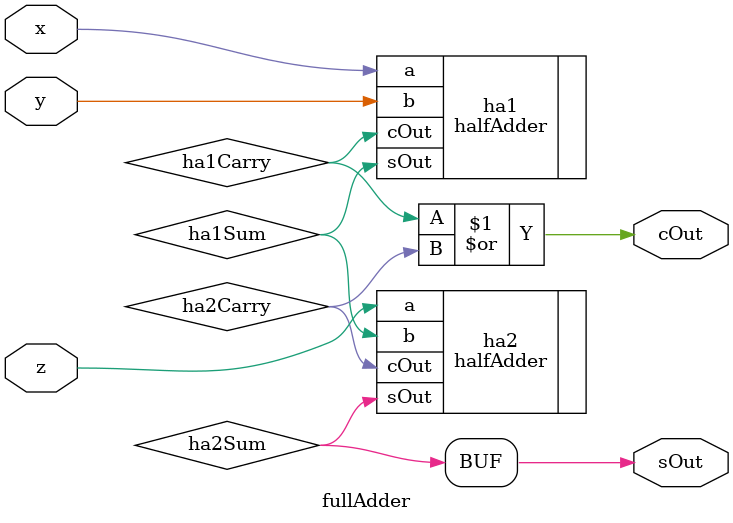
<source format=v>
module fullAdder(
x, y, z, sOut, cOut
);

input x, y, z;
output sOut, cOut;

wire ha1Sum, ha2Sum;
wire ha1Carry, ha2Carry;
wire sOut, cOut;

halfAdder ha1(
	.a(x),
	.b(y),
	.sOut(ha1Sum),
	.cOut(ha1Carry)
);

halfAdder ha2(
	.a(z),
	.b(ha1Sum),
	.sOut(ha2Sum),
	.cOut(ha2Carry)
);

assign sOut = ha2Sum;
assign cOut = ha1Carry|ha2Carry;

endmodule
</source>
